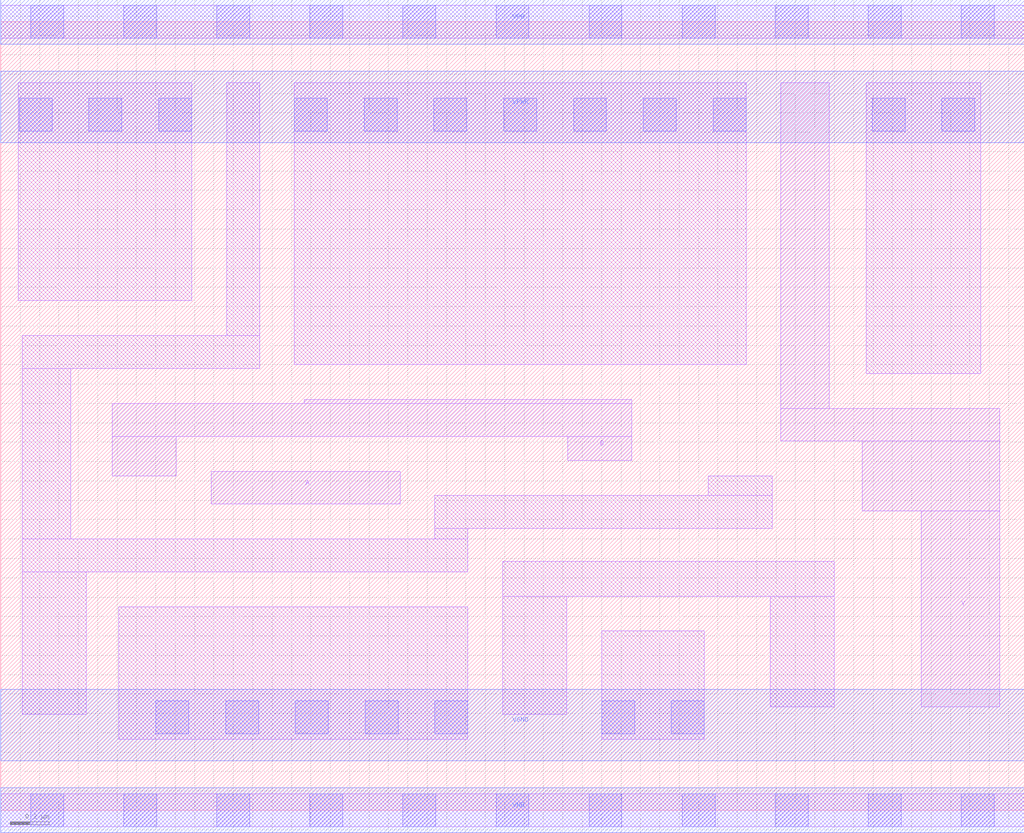
<source format=lef>
# Copyright 2020 The SkyWater PDK Authors
#
# Licensed under the Apache License, Version 2.0 (the "License");
# you may not use this file except in compliance with the License.
# You may obtain a copy of the License at
#
#     https://www.apache.org/licenses/LICENSE-2.0
#
# Unless required by applicable law or agreed to in writing, software
# distributed under the License is distributed on an "AS IS" BASIS,
# WITHOUT WARRANTIES OR CONDITIONS OF ANY KIND, either express or implied.
# See the License for the specific language governing permissions and
# limitations under the License.
#
# SPDX-License-Identifier: Apache-2.0

VERSION 5.7 ;
  NOWIREEXTENSIONATPIN ON ;
  DIVIDERCHAR "/" ;
  BUSBITCHARS "[]" ;
MACRO sky130_fd_sc_hvl__xnor2_1
  CLASS CORE ;
  FOREIGN sky130_fd_sc_hvl__xnor2_1 ;
  ORIGIN  0.000000  0.000000 ;
  SIZE  5.280000 BY  4.070000 ;
  SYMMETRY X Y ;
  SITE unithv ;
  PIN A
    ANTENNAGATEAREA  2.250000 ;
    DIRECTION INPUT ;
    USE SIGNAL ;
    PORT
      LAYER li1 ;
        RECT 1.085000 1.580000 2.060000 1.750000 ;
    END
  END A
  PIN B
    ANTENNAGATEAREA  2.250000 ;
    DIRECTION INPUT ;
    USE SIGNAL ;
    PORT
      LAYER li1 ;
        RECT 0.575000 1.725000 0.905000 1.930000 ;
        RECT 0.575000 1.930000 3.255000 2.100000 ;
        RECT 1.565000 2.100000 3.255000 2.120000 ;
        RECT 2.925000 1.805000 3.255000 1.930000 ;
    END
  END B
  PIN Y
    ANTENNADIFFAREA  1.481250 ;
    DIRECTION OUTPUT ;
    USE SIGNAL ;
    PORT
      LAYER li1 ;
        RECT 4.025000 1.905000 5.155000 2.075000 ;
        RECT 4.025000 2.075000 4.275000 3.755000 ;
        RECT 4.445000 1.545000 5.155000 1.905000 ;
        RECT 4.750000 0.535000 5.155000 1.545000 ;
    END
  END Y
  PIN VGND
    DIRECTION INOUT ;
    USE GROUND ;
    PORT
      LAYER met1 ;
        RECT 0.000000 0.255000 5.280000 0.625000 ;
    END
  END VGND
  PIN VNB
    DIRECTION INOUT ;
    USE GROUND ;
    PORT
      LAYER met1 ;
        RECT 0.000000 -0.115000 5.280000 0.115000 ;
    END
  END VNB
  PIN VPB
    DIRECTION INOUT ;
    USE POWER ;
    PORT
      LAYER met1 ;
        RECT 0.000000 3.955000 5.280000 4.185000 ;
    END
  END VPB
  PIN VPWR
    DIRECTION INOUT ;
    USE POWER ;
    PORT
      LAYER met1 ;
        RECT 0.000000 3.445000 5.280000 3.815000 ;
    END
  END VPWR
  OBS
    LAYER li1 ;
      RECT 0.000000 -0.085000 5.280000 0.085000 ;
      RECT 0.000000  3.985000 5.280000 4.155000 ;
      RECT 0.090000  2.630000 0.985000 3.755000 ;
      RECT 0.110000  0.495000 0.440000 1.230000 ;
      RECT 0.110000  1.230000 2.410000 1.400000 ;
      RECT 0.110000  1.400000 0.360000 2.280000 ;
      RECT 0.110000  2.280000 1.335000 2.450000 ;
      RECT 0.610000  0.365000 2.410000 1.050000 ;
      RECT 1.165000  2.450000 1.335000 3.755000 ;
      RECT 1.515000  2.300000 3.845000 3.755000 ;
      RECT 2.240000  1.400000 2.410000 1.455000 ;
      RECT 2.240000  1.455000 3.980000 1.625000 ;
      RECT 2.590000  0.495000 2.920000 1.105000 ;
      RECT 2.590000  1.105000 4.300000 1.285000 ;
      RECT 3.100000  0.365000 3.630000 0.925000 ;
      RECT 3.650000  1.625000 3.980000 1.725000 ;
      RECT 3.970000  0.535000 4.300000 1.105000 ;
      RECT 4.465000  2.255000 5.055000 3.755000 ;
    LAYER mcon ;
      RECT 0.095000  3.505000 0.265000 3.675000 ;
      RECT 0.155000 -0.085000 0.325000 0.085000 ;
      RECT 0.155000  3.985000 0.325000 4.155000 ;
      RECT 0.455000  3.505000 0.625000 3.675000 ;
      RECT 0.635000 -0.085000 0.805000 0.085000 ;
      RECT 0.635000  3.985000 0.805000 4.155000 ;
      RECT 0.800000  0.395000 0.970000 0.565000 ;
      RECT 0.815000  3.505000 0.985000 3.675000 ;
      RECT 1.115000 -0.085000 1.285000 0.085000 ;
      RECT 1.115000  3.985000 1.285000 4.155000 ;
      RECT 1.160000  0.395000 1.330000 0.565000 ;
      RECT 1.515000  3.505000 1.685000 3.675000 ;
      RECT 1.520000  0.395000 1.690000 0.565000 ;
      RECT 1.595000 -0.085000 1.765000 0.085000 ;
      RECT 1.595000  3.985000 1.765000 4.155000 ;
      RECT 1.875000  3.505000 2.045000 3.675000 ;
      RECT 1.880000  0.395000 2.050000 0.565000 ;
      RECT 2.075000 -0.085000 2.245000 0.085000 ;
      RECT 2.075000  3.985000 2.245000 4.155000 ;
      RECT 2.235000  3.505000 2.405000 3.675000 ;
      RECT 2.240000  0.395000 2.410000 0.565000 ;
      RECT 2.555000 -0.085000 2.725000 0.085000 ;
      RECT 2.555000  3.985000 2.725000 4.155000 ;
      RECT 2.595000  3.505000 2.765000 3.675000 ;
      RECT 2.955000  3.505000 3.125000 3.675000 ;
      RECT 3.035000 -0.085000 3.205000 0.085000 ;
      RECT 3.035000  3.985000 3.205000 4.155000 ;
      RECT 3.100000  0.395000 3.270000 0.565000 ;
      RECT 3.315000  3.505000 3.485000 3.675000 ;
      RECT 3.460000  0.395000 3.630000 0.565000 ;
      RECT 3.515000 -0.085000 3.685000 0.085000 ;
      RECT 3.515000  3.985000 3.685000 4.155000 ;
      RECT 3.675000  3.505000 3.845000 3.675000 ;
      RECT 3.995000 -0.085000 4.165000 0.085000 ;
      RECT 3.995000  3.985000 4.165000 4.155000 ;
      RECT 4.475000 -0.085000 4.645000 0.085000 ;
      RECT 4.475000  3.985000 4.645000 4.155000 ;
      RECT 4.495000  3.505000 4.665000 3.675000 ;
      RECT 4.855000  3.505000 5.025000 3.675000 ;
      RECT 4.955000 -0.085000 5.125000 0.085000 ;
      RECT 4.955000  3.985000 5.125000 4.155000 ;
  END
END sky130_fd_sc_hvl__xnor2_1
END LIBRARY

</source>
